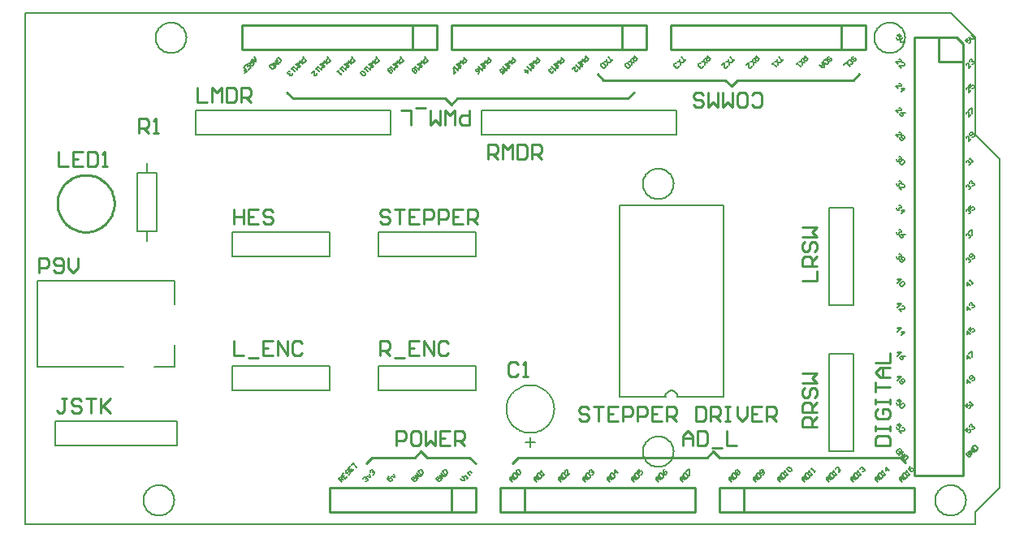
<source format=gto>
%FSTAX23Y23*%
%MOIN*%
%SFA1B1*%

%IPPOS*%
%ADD11C,0.005000*%
%ADD29C,0.008000*%
%ADD30C,0.010000*%
%ADD31C,0.006000*%
%LNdrivecontroller-1*%
%LPD*%
G54D11*
X013Y00175D02*
X01286Y00189D01*
X01293Y00196*
X01298*
X01302Y00191*
Y00187*
X01295Y0018*
X013Y00184D02*
X01309D01*
Y00213D02*
X013Y00203D01*
X01314Y00189*
X01324Y00199*
X01307Y00196D02*
X01312Y00201D01*
X01326Y00224D02*
X01321D01*
X01316Y0022*
Y00215*
X01319Y00213*
X01324*
X01328Y00217*
X01333*
X01335Y00215*
Y0021*
X01331Y00206*
X01326*
X01338Y00241D02*
X01328Y00232D01*
X01342Y00217*
X01352Y00227*
X01335Y00224D02*
X0134Y00229D01*
X01342Y00246D02*
X01352Y00255D01*
X01347Y0025*
X01361Y00236*
X01388Y00187D02*
Y00191D01*
X01393Y00196*
X01398*
X014Y00194*
Y00189*
X01398Y00187*
X014Y00189*
X01405*
X01407Y00187*
Y00182*
X01402Y00177*
X01398*
X01405Y00199D02*
X01419Y00194D01*
X01414Y00208*
X01416Y00215D02*
Y0022D01*
X01421Y00224*
X01426*
X01428Y00222*
Y00217*
X01426Y00215*
X01428Y00217*
X01433*
X01435Y00215*
Y0021*
X01431Y00206*
X01426*
X01495Y00199D02*
X01486Y00189D01*
X01493Y00182*
X01495Y00189*
X01498Y00191*
X01502*
X01507Y00187*
Y00182*
X01502Y00177*
X01498*
X01505Y00199D02*
X01519Y00194D01*
X01514Y00208*
X01598Y00196D02*
X01593D01*
X01588Y00191*
Y00187*
X01598Y00177*
X01602*
X01607Y00182*
Y00187*
X01602Y00191*
X01598Y00187*
X01614Y00189D02*
X016Y00203D01*
X01624Y00199*
X01609Y00213*
X01614Y00217D02*
X01628Y00203D01*
X01635Y0021*
Y00215*
X01626Y00224*
X01621*
X01614Y00217*
X01698Y00196D02*
X01693D01*
X01688Y00191*
Y00187*
X01698Y00177*
X01702*
X01707Y00182*
Y00187*
X01702Y00191*
X01698Y00187*
X01714Y00189D02*
X017Y00203D01*
X01724Y00199*
X01709Y00213*
X01714Y00217D02*
X01728Y00203D01*
X01735Y0021*
Y00215*
X01726Y00224*
X01721*
X01714Y00217*
X01786Y00189D02*
X01795Y0018D01*
X01805*
Y00189*
X01795Y00199*
X01814Y00189D02*
X01819Y00194D01*
X01816Y00191*
X01807Y00201*
X01805Y00199*
X01826Y00201D02*
X01816Y0021D01*
X01824Y00217*
X01828*
X01835Y0021*
X02Y00175D02*
X01991Y00184D01*
Y00194*
X02*
X02009Y00184*
X02002Y00191*
X01993Y00182*
X02Y00203D02*
X02014Y00189D01*
X02021Y00196*
Y00201*
X02012Y0021*
X02007*
X02Y00203*
X02016Y00215D02*
Y0022D01*
X02021Y00224*
X02026*
X02035Y00215*
Y0021*
X02031Y00206*
X02026*
X02016Y00215*
X021Y00175D02*
X02091Y00184D01*
Y00194*
X021*
X02109Y00184*
X02102Y00191*
X02093Y00182*
X021Y00203D02*
X02114Y00189D01*
X02121Y00196*
Y00201*
X02112Y0021*
X02107*
X021Y00203*
X02128D02*
X02133Y00208D01*
X02131Y00206*
X02116Y0022*
Y00215*
X022Y00175D02*
X02191Y00184D01*
Y00194*
X022*
X02209Y00184*
X02202Y00191*
X02193Y00182*
X022Y00203D02*
X02214Y00189D01*
X02221Y00196*
Y00201*
X02212Y0021*
X02207*
X022Y00203*
X02238Y00213D02*
X02228Y00203D01*
Y00222*
X02226Y00224*
X02221*
X02216Y0022*
Y00215*
X023Y00175D02*
X02291Y00184D01*
Y00194*
X023*
X02309Y00184*
X02302Y00191*
X02293Y00182*
X023Y00203D02*
X02314Y00189D01*
X02321Y00196*
Y00201*
X02312Y0021*
X02307*
X023Y00203*
X02316Y00215D02*
Y0022D01*
X02321Y00224*
X02326*
X02328Y00222*
Y00217*
X02326Y00215*
X02328Y00217*
X02333*
X02335Y00215*
Y0021*
X02331Y00206*
X02326*
X024Y00175D02*
X02391Y00184D01*
Y00194*
X024*
X02409Y00184*
X02402Y00191*
X02393Y00182*
X024Y00203D02*
X02414Y00189D01*
X02421Y00196*
Y00201*
X02412Y0021*
X02407*
X024Y00203*
X02435Y0021D02*
X02421Y00224D01*
Y0021*
X02431Y0022*
X025Y00175D02*
X02491Y00184D01*
Y00194*
X025*
X02509Y00184*
X02502Y00191*
X02493Y00182*
X025Y00203D02*
X02514Y00189D01*
X02521Y00196*
Y00201*
X02512Y0021*
X02507*
X025Y00203*
X02524Y00227D02*
X02514Y00217D01*
X02521Y0021*
X02524Y00217*
X02526Y0022*
X02531*
X02535Y00215*
Y0021*
X02531Y00206*
X02526*
X026Y00175D02*
X02591Y00184D01*
Y00194*
X026*
X02609Y00184*
X02602Y00191*
X02593Y00182*
X026Y00203D02*
X02614Y00189D01*
X02621Y00196*
Y00201*
X02612Y0021*
X02607*
X026Y00203*
X02624Y00227D02*
X02621Y0022D01*
Y0021*
X02626Y00206*
X02631*
X02635Y0021*
Y00215*
X02633Y00217*
X02628*
X02621Y0021*
X027Y00175D02*
X02691Y00184D01*
Y00194*
X027*
X02709Y00184*
X02702Y00191*
X02693Y00182*
X027Y00203D02*
X02714Y00189D01*
X02721Y00196*
Y00201*
X02712Y0021*
X02707*
X027Y00203*
X02714Y00217D02*
X02724Y00227D01*
X02726Y00224*
Y00206*
X02728Y00203*
X029Y00175D02*
X02891Y00184D01*
Y00194*
X029*
X02909Y00184*
X02902Y00191*
X02893Y00182*
X029Y00203D02*
X02914Y00189D01*
X02921Y00196*
Y00201*
X02912Y0021*
X02907*
X029Y00203*
X02916Y00215D02*
Y0022D01*
X02921Y00224*
X02926*
X02928Y00222*
Y00217*
X02933*
X02935Y00215*
Y0021*
X02931Y00206*
X02926*
X02924Y00208*
Y00213*
X02919*
X02916Y00215*
X02924Y00213D02*
X02928Y00217D01*
X03Y00175D02*
X02991Y00184D01*
Y00194*
X03*
X03009Y00184*
X03002Y00191*
X02993Y00182*
X03Y00203D02*
X03014Y00189D01*
X03021Y00196*
Y00201*
X03012Y0021*
X03007*
X03Y00203*
X03026Y00206D02*
X03031D01*
X03035Y0021*
Y00215*
X03026Y00224*
X03021*
X03016Y0022*
Y00215*
X03019Y00213*
X03024*
X03031Y0022*
X031Y00175D02*
X03091Y00184D01*
Y00194*
X031*
X03109Y00184*
X03102Y00191*
X03093Y00182*
X031Y00203D02*
X03114Y00189D01*
X03121Y00196*
Y00201*
X03112Y0021*
X03107*
X031Y00203*
X03128D02*
X03133Y00208D01*
X03131Y00206*
X03116Y0022*
Y00215*
X03128Y00227D02*
Y00232D01*
X03133Y00236*
X03138*
X03147Y00227*
Y00222*
X03142Y00217*
X03138*
X03128Y00227*
X032Y00175D02*
X03191Y00184D01*
Y00194*
X032*
X03209Y00184*
X03202Y00191*
X03193Y00182*
X032Y00203D02*
X03214Y00189D01*
X03221Y00196*
Y00201*
X03212Y0021*
X03207*
X032Y00203*
X03228D02*
X03233Y00208D01*
X03231Y00206*
X03216Y0022*
Y00215*
X0324D02*
X03245Y0022D01*
X03242Y00217*
X03228Y00232*
Y00227*
X033Y00175D02*
X03291Y00184D01*
Y00194*
X033*
X03309Y00184*
X03302Y00191*
X03293Y00182*
X033Y00203D02*
X03314Y00189D01*
X03321Y00196*
Y00201*
X03312Y0021*
X03307*
X033Y00203*
X03328D02*
X03333Y00208D01*
X03331Y00206*
X03316Y0022*
Y00215*
X03349Y00224D02*
X0334Y00215D01*
Y00234*
X03338Y00236*
X03333*
X03328Y00232*
Y00227*
X034Y00175D02*
X03391Y00184D01*
Y00194*
X034*
X03409Y00184*
X03402Y00191*
X03393Y00182*
X034Y00203D02*
X03414Y00189D01*
X03421Y00196*
Y00201*
X03412Y0021*
X03407*
X034Y00203*
X03428D02*
X03433Y00208D01*
X03431Y00206*
X03416Y0022*
Y00215*
X03428Y00227D02*
Y00232D01*
X03433Y00236*
X03438*
X0344Y00234*
Y00229*
X03438Y00227*
X0344Y00229*
X03445*
X03447Y00227*
Y00222*
X03442Y00217*
X03438*
X035Y00175D02*
X03491Y00184D01*
Y00194*
X035*
X03509Y00184*
X03502Y00191*
X03493Y00182*
X035Y00203D02*
X03514Y00189D01*
X03521Y00196*
Y00201*
X03512Y0021*
X03507*
X035Y00203*
X03528D02*
X03533Y00208D01*
X03531Y00206*
X03516Y0022*
Y00215*
X03547Y00222D02*
X03533Y00236D01*
Y00222*
X03542Y00232*
X036Y00175D02*
X03591Y00184D01*
Y00194*
X036*
X03609Y00184*
X03602Y00191*
X03593Y00182*
X036Y00203D02*
X03614Y00189D01*
X03621Y00196*
Y00201*
X03612Y0021*
X03607*
X036Y00203*
X03628D02*
X03633Y00208D01*
X03631Y00206*
X03616Y0022*
Y00215*
X03635Y00239D02*
X03626Y00229D01*
X03633Y00222*
X03635Y00229*
X03638Y00232*
X03642*
X03647Y00227*
Y00222*
X03642Y00217*
X03638*
X025Y01925D02*
X02514Y01911D01*
X02507Y01904*
X02502*
X02498Y01909*
Y01913*
X02505Y0192*
X025Y01916D02*
X02491D01*
X025Y01897D02*
X02476Y01901D01*
X02491Y01887D02*
X02486Y01911D01*
X02484Y01885D02*
Y0188D01*
X02479Y01876*
X02474*
X02465Y01885*
Y0189*
X02469Y01894*
X02474*
X02484Y01885*
X03402Y01904D02*
X03407D01*
X03412Y01909*
Y01913*
X03409Y01916*
X03405*
X034Y01911*
X03395*
X03393Y01913*
Y01918*
X03398Y01923*
X03402*
X03388Y0189D02*
X03393D01*
X03398Y01894*
Y01899*
X03388Y01909*
X03384*
X03379Y01904*
Y01899*
X03386Y01883D02*
X03372Y01897D01*
X03362Y01887*
X03599Y02005D02*
X03589Y02014D01*
X03582Y02007*
X03589Y02005*
X03591Y02002*
Y01998*
X03587Y01993*
X03582*
X03577Y01998*
Y02002*
X03603Y02D02*
X03594Y01991D01*
Y01981*
X03603*
X03613Y01991*
X03584Y01891D02*
X03575Y019D01*
X03594*
X03596Y01902*
Y01907*
X03591Y01912*
X03587*
X03599Y01876D02*
X03589Y01886D01*
X03608*
X0361Y01888*
Y01893*
X03606Y01898*
X03601*
X03584Y01791D02*
X03575Y018D01*
X03594*
X03596Y01802*
Y01807*
X03591Y01812*
X03587*
X03596Y01779D02*
X0361Y01793D01*
X03596*
X03606Y01784*
X03584Y01691D02*
X03575Y017D01*
X03594*
X03596Y01702*
Y01707*
X03591Y01712*
X03587*
X03613Y01691D02*
X03606Y01693D01*
X03596*
X03591Y01688*
Y01684*
X03596Y01679*
X03601*
X03603Y01681*
Y01686*
X03596Y01693*
X03584Y01591D02*
X03575Y016D01*
X03594*
X03596Y01602*
Y01607*
X03591Y01612*
X03587*
X03601Y01598D02*
X03606D01*
X0361Y01593*
Y01588*
X03608Y01586*
X03603*
Y01581*
X03601Y01579*
X03596*
X03591Y01584*
Y01588*
X03594Y01591*
X03599*
Y01595*
X03601Y01598*
X03599Y01591D02*
X03603Y01586D01*
X03587Y01512D02*
X03591D01*
X03596Y01507*
Y01502*
X03594Y015*
X03589*
X03587Y01502*
X03589Y015*
Y01495*
X03587Y01493*
X03582*
X03577Y01498*
Y01502*
X03601Y01498D02*
X03606D01*
X0361Y01493*
Y01488*
X03601Y01479*
X03596*
X03591Y01484*
Y01488*
X03601Y01498*
X03587Y01412D02*
X03591D01*
X03596Y01407*
Y01402*
X03594Y014*
X03589*
X03587Y01402*
X03589Y014*
Y01395*
X03587Y01393*
X03582*
X03577Y01398*
Y01402*
X03599Y01376D02*
X03589Y01386D01*
X03608*
X0361Y01388*
Y01393*
X03606Y01398*
X03601*
X03587Y01312D02*
X03591D01*
X03596Y01307*
Y01302*
X03594Y013*
X03589*
X03587Y01302*
X03589Y013*
Y01295*
X03587Y01293*
X03582*
X03577Y01298*
Y01302*
X03596Y01279D02*
X0361Y01293D01*
X03596*
X03606Y01284*
X03587Y01212D02*
X03591D01*
X03596Y01207*
Y01202*
X03594Y012*
X03589*
X03587Y01202*
X03589Y012*
Y01195*
X03587Y01193*
X03582*
X03577Y01198*
Y01202*
X03613Y01191D02*
X03606Y01193D01*
X03596*
X03591Y01188*
Y01184*
X03596Y01179*
X03601*
X03603Y01181*
Y01186*
X03596Y01193*
X03587Y01112D02*
X03591D01*
X03596Y01107*
Y01102*
X03594Y011*
X03589*
X03587Y01102*
X03589Y011*
Y01095*
X03587Y01093*
X03582*
X03577Y01098*
Y01102*
X03601Y01098D02*
X03606D01*
X0361Y01093*
Y01088*
X03608Y01086*
X03603*
Y01081*
X03601Y01079*
X03596*
X03591Y01084*
Y01088*
X03594Y01091*
X03599*
Y01095*
X03601Y01098*
X03599Y01091D02*
X03603Y01086D01*
X03582Y00993D02*
X03596Y01007D01*
X03582*
X03591Y00998*
X03601D02*
X03606D01*
X0361Y00993*
Y00988*
X03601Y00979*
X03596*
X03591Y00984*
Y00988*
X03601Y00998*
X03582Y00893D02*
X03596Y00907D01*
X03582*
X03591Y00898*
X03599Y00876D02*
X03589Y00886D01*
X03608*
X0361Y00888*
Y00893*
X03606Y00898*
X03601*
X03582Y00793D02*
X03596Y00807D01*
X03582*
X03591Y00798*
X03596Y00779D02*
X0361Y00793D01*
X03596*
X03606Y00784*
X03582Y00693D02*
X03596Y00707D01*
X03582*
X03591Y00698*
X03613Y00691D02*
X03606Y00693D01*
X03596*
X03591Y00688*
Y00684*
X03596Y00679*
X03601*
X03603Y00681*
Y00686*
X03596Y00693*
X03582Y00593D02*
X03596Y00607D01*
X03582*
X03591Y00598*
X03601D02*
X03606D01*
X0361Y00593*
Y00588*
X03608Y00586*
X03603*
Y00581*
X03601Y00579*
X03596*
X03591Y00584*
Y00588*
X03594Y00591*
X03599*
Y00595*
X03601Y00598*
X03599Y00591D02*
X03603Y00586D01*
X03599Y00405D02*
X03589Y00414D01*
X03582Y00407*
X03589Y00405*
X03591Y00402*
Y00398*
X03587Y00393*
X03582*
X03577Y00398*
Y00402*
X03599Y00376D02*
X03589Y00386D01*
X03608*
X0361Y00388*
Y00393*
X03606Y00398*
X03601*
X03596Y00302D02*
Y00307D01*
X03591Y00312*
X03587*
X03577Y00302*
Y00298*
X03582Y00293*
X03587*
X03591Y00298*
X03587Y00302*
X03589Y00286D02*
X03603Y003D01*
X03599Y00276*
X03613Y00291*
X03617Y00286D02*
X03603Y00272D01*
X0361Y00265*
X03615*
X03624Y00274*
Y00279*
X03617Y00286*
X03599Y00505D02*
X03589Y00514D01*
X03582Y00507*
X03589Y00505*
X03591Y00502*
Y00498*
X03587Y00493*
X03582*
X03577Y00498*
Y00502*
X03601Y00498D02*
X03606D01*
X0361Y00493*
Y00488*
X03601Y00479*
X03596*
X03591Y00484*
Y00488*
X03601Y00498*
X0387Y01999D02*
X03861Y01989D01*
X03868Y01982*
X0387Y01989*
X03873Y01991*
X03877*
X03882Y01987*
Y01982*
X03877Y01977*
X03873*
X03875Y02003D02*
X03884Y01994D01*
X03894*
Y02003*
X03884Y02013*
Y01884D02*
X03875Y01875D01*
Y01894*
X03873Y01896*
X03868*
X03863Y01891*
Y01887*
X03877Y01901D02*
Y01906D01*
X03882Y0191*
X03887*
X03889Y01908*
Y01903*
X03887Y01901*
X03889Y01903*
X03894*
X03896Y01901*
Y01896*
X03891Y01891*
X03887*
X03884Y01784D02*
X03875Y01775D01*
Y01794*
X03873Y01796*
X03868*
X03863Y01791*
Y01787*
X03884Y01813D02*
X03875Y01803D01*
X03882Y01796*
X03884Y01803*
X03887Y01806*
X03891*
X03896Y01801*
Y01796*
X03891Y01791*
X03887*
X03884Y01684D02*
X03875Y01675D01*
Y01694*
X03873Y01696*
X03868*
X03863Y01691*
Y01687*
X03875Y01703D02*
X03884Y01713D01*
X03887Y0171*
Y01691*
X03889Y01689*
X03884Y01584D02*
X03875Y01575D01*
Y01594*
X03873Y01596*
X03868*
X03863Y01591*
Y01587*
X03887Y01591D02*
X03891D01*
X03896Y01596*
Y01601*
X03887Y0161*
X03882*
X03877Y01606*
Y01601*
X0388Y01599*
X03884*
X03891Y01606*
X03863Y01487D02*
Y01491D01*
X03868Y01496*
X03873*
X03875Y01494*
Y01489*
X03873Y01487*
X03875Y01489*
X0388*
X03882Y01487*
Y01482*
X03877Y01477*
X03873*
X03889Y01489D02*
X03894Y01494D01*
X03891Y01491*
X03877Y01506*
Y01501*
X03863Y01387D02*
Y01391D01*
X03868Y01396*
X03873*
X03875Y01394*
Y01389*
X03873Y01387*
X03875Y01389*
X0388*
X03882Y01387*
Y01382*
X03877Y01377*
X03873*
X03877Y01401D02*
Y01406D01*
X03882Y0141*
X03887*
X03889Y01408*
Y01403*
X03887Y01401*
X03889Y01403*
X03894*
X03896Y01401*
Y01396*
X03891Y01391*
X03887*
X03863Y01287D02*
Y01291D01*
X03868Y01296*
X03873*
X03875Y01294*
Y01289*
X03873Y01287*
X03875Y01289*
X0388*
X03882Y01287*
Y01282*
X03877Y01277*
X03873*
X03884Y01313D02*
X03875Y01303D01*
X03882Y01296*
X03884Y01303*
X03887Y01306*
X03891*
X03896Y01301*
Y01296*
X03891Y01291*
X03887*
X03863Y01187D02*
Y01191D01*
X03868Y01196*
X03873*
X03875Y01194*
Y01189*
X03873Y01187*
X03875Y01189*
X0388*
X03882Y01187*
Y01182*
X03877Y01177*
X03873*
X03875Y01203D02*
X03884Y01213D01*
X03887Y0121*
Y01191*
X03889Y01189*
X03863Y01087D02*
Y01091D01*
X03868Y01096*
X03873*
X03875Y01094*
Y01089*
X03873Y01087*
X03875Y01089*
X0388*
X03882Y01087*
Y01082*
X03877Y01077*
X03873*
X03887Y01091D02*
X03891D01*
X03896Y01096*
Y01101*
X03887Y0111*
X03882*
X03877Y01106*
Y01101*
X0388Y01099*
X03884*
X03891Y01106*
X03882Y00982D02*
X03868Y00996D01*
Y00982*
X03877Y00991*
X03889Y00989D02*
X03894Y00994D01*
X03891Y00991*
X03877Y01006*
Y01001*
X03882Y00882D02*
X03868Y00896D01*
Y00882*
X03877Y00891*
Y00901D02*
Y00906D01*
X03882Y0091*
X03887*
X03889Y00908*
Y00903*
X03887Y00901*
X03889Y00903*
X03894*
X03896Y00901*
Y00896*
X03891Y00891*
X03887*
X03882Y00782D02*
X03868Y00796D01*
Y00782*
X03877Y00791*
X03884Y00813D02*
X03875Y00803D01*
X03882Y00796*
X03884Y00803*
X03887Y00806*
X03891*
X03896Y00801*
Y00796*
X03891Y00791*
X03887*
X03882Y00682D02*
X03868Y00696D01*
Y00682*
X03877Y00691*
X03875Y00703D02*
X03884Y00713D01*
X03887Y0071*
Y00691*
X03889Y00689*
X03882Y00582D02*
X03868Y00596D01*
Y00582*
X03877Y00591*
X03887D02*
X03891D01*
X03896Y00596*
Y00601*
X03887Y0061*
X03882*
X03877Y00606*
Y00601*
X0388Y00599*
X03884*
X03891Y00606*
X0387Y00499D02*
X03861Y00489D01*
X03868Y00482*
X0387Y00489*
X03873Y00491*
X03877*
X03882Y00487*
Y00482*
X03877Y00477*
X03873*
X03889Y00489D02*
X03894Y00494D01*
X03891Y00491*
X03877Y00506*
Y00501*
X0387Y00399D02*
X03861Y00389D01*
X03868Y00382*
X0387Y00389*
X03873Y00391*
X03877*
X03882Y00387*
Y00382*
X03877Y00377*
X03873*
X03877Y00401D02*
Y00406D01*
X03882Y0041*
X03887*
X03889Y00408*
Y00403*
X03887Y00401*
X03889Y00403*
X03894*
X03896Y00401*
Y00396*
X03891Y00391*
X03887*
X03873Y00296D02*
X03868D01*
X03863Y00291*
Y00287*
X03873Y00277*
X03877*
X03882Y00282*
Y00287*
X03877Y00291*
X03873Y00287*
X03889Y00289D02*
X03875Y00303D01*
X03899Y00299*
X03884Y00313*
X03889Y00317D02*
X03903Y00303D01*
X0391Y0031*
Y00315*
X03901Y00324*
X03896*
X03889Y00317*
X03302Y01904D02*
X03307D01*
X03312Y01909*
Y01913*
X03309Y01916*
X03305*
X033Y01911*
X03295*
X03293Y01913*
Y01918*
X03298Y01923*
X03302*
X033Y01897D02*
X03286Y01911D01*
X03279Y01904*
Y01899*
X03288Y0189*
X03293*
X033Y01897*
X03272D02*
X03281Y01887D01*
Y01878*
X03272*
X03262Y01887*
X03269Y0188*
X03279Y0189*
X032Y01925D02*
X03214Y01911D01*
X03207Y01904*
X03202*
X03198Y01909*
Y01913*
X03205Y0192*
X032Y01916D02*
X03191D01*
X032Y01897D02*
X03176Y01901D01*
X03191Y01887D02*
X03186Y01911D01*
X03172Y01897D02*
X03167Y01892D01*
X03169Y01894*
X03184Y0188*
Y01885*
X03114Y01911D02*
X03105Y01901D01*
X03109Y01906*
X03095Y0192*
X031Y01897D02*
X03076Y01901D01*
X03091Y01887D02*
X03086Y01911D01*
X03072Y01897D02*
X03067Y01892D01*
X03069Y01894*
X03084Y0188*
Y01885*
X03Y01925D02*
X03014Y01911D01*
X03007Y01904*
X03002*
X02998Y01909*
Y01913*
X03005Y0192*
X03Y01916D02*
X02991D01*
X03Y01897D02*
X02976Y01901D01*
X02991Y01887D02*
X02986Y01911D01*
X02962Y01887D02*
X02972Y01897D01*
Y01878*
X02974Y01876*
X02979*
X02984Y0188*
Y01885*
X02914Y01911D02*
X02905Y01901D01*
X02909Y01906*
X02895Y0192*
X029Y01897D02*
X02876Y01901D01*
X02891Y01887D02*
X02886Y01911D01*
X02862Y01887D02*
X02872Y01897D01*
Y01878*
X02874Y01876*
X02879*
X02884Y0188*
Y01885*
X028Y01925D02*
X02814Y01911D01*
X02807Y01904*
X02802*
X02798Y01909*
Y01913*
X02805Y0192*
X028Y01916D02*
X02791D01*
X028Y01897D02*
X02776Y01901D01*
X02791Y01887D02*
X02786Y01911D01*
X02784Y01885D02*
Y0188D01*
X02779Y01876*
X02774*
X02772Y01878*
Y01883*
X02774Y01885*
X02772Y01883*
X02767*
X02765Y01885*
Y0189*
X02769Y01894*
X02774*
X02714Y01911D02*
X02705Y01901D01*
X02709Y01906*
X02695Y0192*
X027Y01897D02*
X02676Y01901D01*
X02691Y01887D02*
X02686Y01911D01*
X02684Y01885D02*
Y0188D01*
X02679Y01876*
X02674*
X02672Y01878*
Y01883*
X02674Y01885*
X02672Y01883*
X02667*
X02665Y01885*
Y0189*
X02669Y01894*
X02674*
X02414Y01911D02*
X02405Y01901D01*
X02409Y01906*
X02395Y0192*
X024Y01897D02*
X02376Y01901D01*
X02391Y01887D02*
X02386Y01911D01*
X02384Y01885D02*
Y0188D01*
X02379Y01876*
X02374*
X02365Y01885*
Y0189*
X02369Y01894*
X02374*
X02384Y01885*
X023Y01925D02*
X02314Y01911D01*
X02307Y01904*
X02302*
X02298Y01909*
Y01913*
X02305Y0192*
X023Y01897D02*
X02286Y01911D01*
Y01901*
X02276*
X02291Y01887*
X02272Y01897D02*
X02286Y01883D01*
X02276*
Y01873*
X02262Y01887*
X02248Y01873D02*
X02258Y01883D01*
Y01864*
X0226Y01861*
X02265*
X02269Y01866*
Y01871*
X022Y01918D02*
X02214Y01904D01*
X02207Y01897*
X02202*
X02198Y01901*
Y01906*
X02205Y01913*
X022Y0189D02*
X02186Y01904D01*
Y01894*
X02176*
X02191Y0188*
X02172Y0189D02*
X02186Y01876D01*
X02176*
Y01866*
X02162Y0188*
X02169Y01864D02*
Y01859D01*
X02165Y01854*
X0216*
X02158Y01857*
Y01861*
X0216Y01864*
X02158Y01861*
X02153*
X02151Y01864*
Y01868*
X02155Y01873*
X0216*
X021Y01918D02*
X02114Y01904D01*
X02107Y01897*
X02102*
X02098Y01901*
Y01906*
X02105Y01913*
X021Y0189D02*
X02086Y01904D01*
Y01894*
X02076*
X02091Y0188*
X02072Y0189D02*
X02086Y01876D01*
X02076*
Y01866*
X02062Y0188*
X02051Y01868D02*
X02065Y01854D01*
Y01868*
X02055Y01859*
X02Y01918D02*
X02014Y01904D01*
X02007Y01897*
X02002*
X01998Y01901*
Y01906*
X02005Y01913*
X02Y0189D02*
X01986Y01904D01*
Y01894*
X01976*
X01991Y0188*
X01972Y0189D02*
X01986Y01876D01*
X01976*
Y01866*
X01962Y0188*
Y01852D02*
X01972Y01861D01*
X01965Y01868*
X01962Y01861*
X0196Y01859*
X01955*
X01951Y01864*
Y01868*
X01955Y01873*
X0196*
X019Y01918D02*
X01914Y01904D01*
X01907Y01897*
X01902*
X01898Y01901*
Y01906*
X01905Y01913*
X019Y0189D02*
X01886Y01904D01*
Y01894*
X01876*
X01891Y0188*
X01872Y0189D02*
X01886Y01876D01*
X01876*
Y01866*
X01862Y0188*
Y01852D02*
X01865Y01859D01*
Y01868*
X0186Y01873*
X01855*
X01851Y01868*
Y01864*
X01853Y01861*
X01858*
X01865Y01868*
X018Y01918D02*
X01814Y01904D01*
X01807Y01897*
X01802*
X01798Y01901*
Y01906*
X01805Y01913*
X018Y0189D02*
X01786Y01904D01*
Y01894*
X01776*
X01791Y0188*
X01772Y0189D02*
X01786Y01876D01*
X01776*
Y01866*
X01762Y0188*
X01772Y01861D02*
X01762Y01852D01*
X0176Y01854*
Y01873*
X01758Y01876*
X0164Y0192D02*
X01654Y01906D01*
X01647Y01899*
X01642*
X01638Y01904*
Y01908*
X01645Y01915*
X0164Y01892D02*
X01626Y01906D01*
Y01896*
X01616*
X01631Y01882*
X01612Y01892D02*
X01626Y01878D01*
X01616*
Y01868*
X01602Y01882*
X01609Y01866D02*
Y01861D01*
X01605Y01856*
X016*
X01598Y01859*
Y01863*
X01593*
X01591Y01866*
Y01871*
X01595Y01875*
X016*
X01602Y01873*
Y01868*
X01607*
X01609Y01866*
X01602Y01868D02*
X01598Y01863D01*
X0154Y0192D02*
X01554Y01906D01*
X01547Y01899*
X01542*
X01538Y01904*
Y01908*
X01545Y01915*
X0154Y01892D02*
X01526Y01906D01*
Y01896*
X01516*
X01531Y01882*
X01512Y01892D02*
X01526Y01878D01*
X01516*
Y01868*
X01502Y01882*
X015Y01875D02*
X01495D01*
X01491Y01871*
Y01866*
X015Y01856*
X01505*
X01509Y01861*
Y01866*
X01507Y01868*
X01502*
X01495Y01861*
X0144Y0192D02*
X01454Y01906D01*
X01447Y01899*
X01442*
X01438Y01904*
Y01908*
X01445Y01915*
X0144Y01892D02*
X01426Y01906D01*
Y01896*
X01416*
X01431Y01882*
X01412Y01892D02*
X01426Y01878D01*
X01416*
Y01868*
X01402Y01882*
X01398Y01878D02*
X01393Y01873D01*
X01395Y01875*
X01409Y01861*
Y01866*
X01398Y01854D02*
Y01849D01*
X01393Y01845*
X01388*
X01379Y01854*
Y01859*
X01383Y01863*
X01388*
X01398Y01854*
X0134Y0192D02*
X01354Y01906D01*
X01347Y01899*
X01342*
X01338Y01904*
Y01908*
X01345Y01915*
X0134Y01892D02*
X01326Y01906D01*
Y01896*
X01316*
X01331Y01882*
X01312Y01892D02*
X01326Y01878D01*
X01316*
Y01868*
X01302Y01882*
X01298Y01878D02*
X01293Y01873D01*
X01295Y01875*
X01309Y01861*
Y01866*
X01286D02*
X01281Y01861D01*
X01283Y01863*
X01298Y01849*
Y01854*
X0124Y0192D02*
X01254Y01906D01*
X01247Y01899*
X01242*
X01238Y01904*
Y01908*
X01245Y01915*
X0124Y01892D02*
X01226Y01906D01*
Y01896*
X01216*
X01231Y01882*
X01212Y01892D02*
X01226Y01878D01*
X01216*
Y01868*
X01202Y01882*
X01198Y01878D02*
X01193Y01873D01*
X01195Y01875*
X01209Y01861*
Y01866*
X01176Y01856D02*
X01186Y01866D01*
Y01847*
X01188Y01845*
X01193*
X01198Y01849*
Y01854*
X0114Y0192D02*
X01154Y01906D01*
X01147Y01899*
X01142*
X01138Y01904*
Y01908*
X01145Y01915*
X0114Y01892D02*
X01126Y01906D01*
Y01896*
X01116*
X01131Y01882*
X01112Y01892D02*
X01126Y01878D01*
X01116*
Y01868*
X01102Y01882*
X01098Y01878D02*
X01093Y01873D01*
X01095Y01875*
X01109Y01861*
Y01866*
X01098Y01854D02*
Y01849D01*
X01093Y01845*
X01088*
X01086Y01847*
Y01852*
X01088Y01854*
X01086Y01852*
X01081*
X01079Y01854*
Y01859*
X01083Y01863*
X01088*
X01042Y01899D02*
X01047D01*
X01052Y01904*
Y01908*
X01042Y01918*
X01038*
X01033Y01913*
Y01908*
X01038Y01904*
X01042Y01908*
X01026Y01906D02*
X0104Y01892D01*
X01016Y01896*
X01031Y01882*
X01026Y01878D02*
X01012Y01892D01*
X01005Y01885*
Y0188*
X01014Y01871*
X01019*
X01026Y01878*
X0094Y0192D02*
X00949Y01911D01*
Y01901*
X0094*
X00931Y01911*
X00938Y01904*
X00947Y01913*
X00926Y01906D02*
X0094Y01892D01*
X00933Y01885*
X00928*
X00924Y01889*
Y01894*
X00931Y01901*
X00926Y01896D02*
X00916D01*
Y01868D02*
X00926Y01878D01*
X00912Y01892*
X00902Y01882*
X00919Y01885D02*
X00914Y0188D01*
X00902Y01854D02*
X00912Y01863D01*
X00905Y01871*
X009Y01866*
X00905Y01871*
X00898Y01878*
X03863Y001D02*
D01*
X03862Y00104*
X03862Y00108*
X03861Y00113*
X0386Y00117*
X03859Y00121*
X03857Y00125*
X03855Y00129*
X03853Y00133*
X0385Y00137*
X03848Y0014*
X03845Y00143*
X03842Y00146*
X03838Y00149*
X03835Y00152*
X03831Y00154*
X03827Y00156*
X03823Y00158*
X03819Y00159*
X03815Y00161*
X0381Y00162*
X03806Y00162*
X03802Y00162*
X03797*
X03793Y00162*
X03789Y00162*
X03784Y00161*
X0378Y00159*
X03776Y00158*
X03772Y00156*
X03768Y00154*
X03764Y00152*
X03761Y00149*
X03757Y00146*
X03754Y00143*
X03751Y0014*
X03749Y00137*
X03746Y00133*
X03744Y00129*
X03742Y00125*
X0374Y00121*
X03739Y00117*
X03738Y00113*
X03737Y00108*
X03737Y00104*
X03737Y001*
X03737Y00095*
X03737Y00091*
X03738Y00086*
X03739Y00082*
X0374Y00078*
X03742Y00074*
X03744Y0007*
X03746Y00066*
X03749Y00062*
X03751Y00059*
X03754Y00056*
X03757Y00053*
X03761Y0005*
X03764Y00047*
X03768Y00045*
X03772Y00043*
X03776Y00041*
X0378Y0004*
X03784Y00038*
X03789Y00037*
X03793Y00037*
X03797Y00037*
X03802*
X03806Y00037*
X0381Y00037*
X03815Y00038*
X03819Y0004*
X03823Y00041*
X03827Y00043*
X03831Y00045*
X03835Y00047*
X03838Y0005*
X03842Y00053*
X03845Y00056*
X03848Y00059*
X0385Y00062*
X03853Y00066*
X03855Y0007*
X03857Y00074*
X03859Y00078*
X0386Y00082*
X03861Y00086*
X03862Y00091*
X03862Y00095*
X03863Y001*
X03613Y02D02*
D01*
X03612Y02004*
X03612Y02008*
X03611Y02013*
X0361Y02017*
X03609Y02021*
X03607Y02025*
X03605Y02029*
X03603Y02033*
X036Y02037*
X03598Y0204*
X03595Y02043*
X03592Y02046*
X03588Y02049*
X03585Y02052*
X03581Y02054*
X03577Y02056*
X03573Y02058*
X03569Y02059*
X03565Y02061*
X0356Y02062*
X03556Y02062*
X03552Y02062*
X03547*
X03543Y02062*
X03539Y02062*
X03534Y02061*
X0353Y02059*
X03526Y02058*
X03522Y02056*
X03518Y02054*
X03514Y02052*
X03511Y02049*
X03507Y02046*
X03504Y02043*
X03501Y0204*
X03499Y02037*
X03496Y02033*
X03494Y02029*
X03492Y02025*
X0349Y02021*
X03489Y02017*
X03488Y02013*
X03487Y02008*
X03487Y02004*
X03487Y02*
X03487Y01995*
X03487Y01991*
X03488Y01986*
X03489Y01982*
X0349Y01978*
X03492Y01974*
X03494Y0197*
X03496Y01966*
X03499Y01962*
X03501Y01959*
X03504Y01956*
X03507Y01953*
X03511Y0195*
X03514Y01947*
X03518Y01945*
X03522Y01943*
X03526Y01941*
X0353Y0194*
X03534Y01938*
X03539Y01937*
X03543Y01937*
X03547Y01937*
X03552*
X03556Y01937*
X0356Y01937*
X03565Y01938*
X03569Y0194*
X03573Y01941*
X03577Y01943*
X03581Y01945*
X03585Y01947*
X03588Y0195*
X03592Y01953*
X03595Y01956*
X03598Y01959*
X036Y01962*
X03603Y01966*
X03605Y0197*
X03607Y01974*
X03609Y01978*
X0361Y01982*
X03611Y01986*
X03612Y01991*
X03612Y01995*
X03613Y02*
X02663Y014D02*
D01*
X02662Y01404*
X02662Y01408*
X02661Y01413*
X0266Y01417*
X02659Y01421*
X02657Y01425*
X02655Y01429*
X02653Y01433*
X0265Y01437*
X02648Y0144*
X02645Y01443*
X02642Y01446*
X02638Y01449*
X02635Y01452*
X02631Y01454*
X02627Y01456*
X02623Y01458*
X02619Y01459*
X02615Y01461*
X0261Y01462*
X02606Y01462*
X02602Y01462*
X02597*
X02593Y01462*
X02589Y01462*
X02584Y01461*
X0258Y01459*
X02576Y01458*
X02572Y01456*
X02568Y01454*
X02564Y01452*
X02561Y01449*
X02557Y01446*
X02554Y01443*
X02551Y0144*
X02549Y01437*
X02546Y01433*
X02544Y01429*
X02542Y01425*
X0254Y01421*
X02539Y01417*
X02538Y01413*
X02537Y01408*
X02537Y01404*
X02537Y014*
X02537Y01395*
X02537Y01391*
X02538Y01386*
X02539Y01382*
X0254Y01378*
X02542Y01374*
X02544Y0137*
X02546Y01366*
X02549Y01362*
X02551Y01359*
X02554Y01356*
X02557Y01353*
X02561Y0135*
X02564Y01347*
X02568Y01345*
X02572Y01343*
X02576Y01341*
X0258Y0134*
X02584Y01338*
X02589Y01337*
X02593Y01337*
X02597Y01337*
X02602*
X02606Y01337*
X0261Y01337*
X02615Y01338*
X02619Y0134*
X02623Y01341*
X02627Y01343*
X02631Y01345*
X02635Y01347*
X02638Y0135*
X02642Y01353*
X02645Y01356*
X02648Y01359*
X0265Y01362*
X02653Y01366*
X02655Y0137*
X02657Y01374*
X02659Y01378*
X0266Y01382*
X02661Y01386*
X02662Y01391*
X02662Y01395*
X02663Y014*
X00613Y001D02*
D01*
X00612Y00104*
X00612Y00108*
X00611Y00113*
X0061Y00117*
X00609Y00121*
X00607Y00125*
X00605Y00129*
X00603Y00133*
X006Y00137*
X00598Y0014*
X00595Y00143*
X00592Y00146*
X00588Y00149*
X00585Y00152*
X00581Y00154*
X00577Y00156*
X00573Y00158*
X00569Y00159*
X00565Y00161*
X0056Y00162*
X00556Y00162*
X00552Y00162*
X00547*
X00543Y00162*
X00539Y00162*
X00534Y00161*
X0053Y00159*
X00526Y00158*
X00522Y00156*
X00518Y00154*
X00514Y00152*
X00511Y00149*
X00507Y00146*
X00504Y00143*
X00501Y0014*
X00499Y00137*
X00496Y00133*
X00494Y00129*
X00492Y00125*
X0049Y00121*
X00489Y00117*
X00488Y00113*
X00487Y00108*
X00487Y00104*
X00487Y001*
X00487Y00095*
X00487Y00091*
X00488Y00086*
X00489Y00082*
X0049Y00078*
X00492Y00074*
X00494Y0007*
X00496Y00066*
X00499Y00062*
X00501Y00059*
X00504Y00056*
X00507Y00053*
X00511Y0005*
X00514Y00047*
X00518Y00045*
X00522Y00043*
X00526Y00041*
X0053Y0004*
X00534Y00038*
X00539Y00037*
X00543Y00037*
X00547Y00037*
X00552*
X00556Y00037*
X0056Y00037*
X00565Y00038*
X00569Y0004*
X00573Y00041*
X00577Y00043*
X00581Y00045*
X00585Y00047*
X00588Y0005*
X00592Y00053*
X00595Y00056*
X00598Y00059*
X006Y00062*
X00603Y00066*
X00605Y0007*
X00607Y00074*
X00609Y00078*
X0061Y00082*
X00611Y00086*
X00612Y00091*
X00612Y00095*
X00613Y001*
X02663Y003D02*
D01*
X02662Y00304*
X02662Y00308*
X02661Y00313*
X0266Y00317*
X02659Y00321*
X02657Y00325*
X02655Y00329*
X02653Y00333*
X0265Y00337*
X02648Y0034*
X02645Y00343*
X02642Y00346*
X02638Y00349*
X02635Y00352*
X02631Y00354*
X02627Y00356*
X02623Y00358*
X02619Y00359*
X02615Y00361*
X0261Y00362*
X02606Y00362*
X02602Y00362*
X02597*
X02593Y00362*
X02589Y00362*
X02584Y00361*
X0258Y00359*
X02576Y00358*
X02572Y00356*
X02568Y00354*
X02564Y00352*
X02561Y00349*
X02557Y00346*
X02554Y00343*
X02551Y0034*
X02549Y00337*
X02546Y00333*
X02544Y00329*
X02542Y00325*
X0254Y00321*
X02539Y00317*
X02538Y00313*
X02537Y00308*
X02537Y00304*
X02537Y003*
X02537Y00295*
X02537Y00291*
X02538Y00286*
X02539Y00282*
X0254Y00278*
X02542Y00274*
X02544Y0027*
X02546Y00266*
X02549Y00262*
X02551Y00259*
X02554Y00256*
X02557Y00253*
X02561Y0025*
X02564Y00247*
X02568Y00245*
X02572Y00243*
X02576Y00241*
X0258Y0024*
X02584Y00238*
X02589Y00237*
X02593Y00237*
X02597Y00237*
X02602*
X02606Y00237*
X0261Y00237*
X02615Y00238*
X02619Y0024*
X02623Y00241*
X02627Y00243*
X02631Y00245*
X02635Y00247*
X02638Y0025*
X02642Y00253*
X02645Y00256*
X02648Y00259*
X0265Y00262*
X02653Y00266*
X02655Y0027*
X02657Y00274*
X02659Y00278*
X0266Y00282*
X02661Y00286*
X02662Y00291*
X02662Y00295*
X02663Y003*
X00663Y02D02*
D01*
X00662Y02004*
X00662Y02008*
X00661Y02013*
X0066Y02017*
X00659Y02021*
X00657Y02025*
X00655Y02029*
X00653Y02033*
X0065Y02037*
X00648Y0204*
X00645Y02043*
X00642Y02046*
X00638Y02049*
X00635Y02052*
X00631Y02054*
X00627Y02056*
X00623Y02058*
X00619Y02059*
X00615Y02061*
X0061Y02062*
X00606Y02062*
X00602Y02062*
X00597*
X00593Y02062*
X00589Y02062*
X00584Y02061*
X0058Y02059*
X00576Y02058*
X00572Y02056*
X00568Y02054*
X00564Y02052*
X00561Y02049*
X00557Y02046*
X00554Y02043*
X00551Y0204*
X00549Y02037*
X00546Y02033*
X00544Y02029*
X00542Y02025*
X0054Y02021*
X00539Y02017*
X00538Y02013*
X00537Y02008*
X00537Y02004*
X00537Y02*
X00537Y01995*
X00537Y01991*
X00538Y01986*
X00539Y01982*
X0054Y01978*
X00542Y01974*
X00544Y0197*
X00546Y01966*
X00549Y01962*
X00551Y01959*
X00554Y01956*
X00557Y01953*
X00561Y0195*
X00564Y01947*
X00568Y01945*
X00572Y01943*
X00576Y01941*
X0058Y0194*
X00584Y01938*
X00589Y01937*
X00593Y01937*
X00597Y01937*
X00602*
X00606Y01937*
X0061Y01937*
X00615Y01938*
X00619Y0194*
X00623Y01941*
X00627Y01943*
X00631Y01945*
X00635Y01947*
X00638Y0195*
X00642Y01953*
X00645Y01956*
X00648Y01959*
X0065Y01962*
X00653Y01966*
X00655Y0197*
X00657Y01974*
X00659Y01978*
X0066Y01982*
X00661Y01986*
X00662Y01991*
X00662Y01995*
X00663Y02*
X0Y0D02*
Y021D01*
X038*
X0Y0D02*
X039D01*
X038Y021D02*
X039Y02D01*
Y016D02*
Y02D01*
Y016D02*
X04Y015D01*
Y0015D02*
Y015D01*
X039Y0005D02*
X04Y0015D01*
X039Y0D02*
Y0005D01*
G54D29*
X02679Y00526D02*
D01*
X02678Y00527*
X02678Y00529*
X02678Y00531*
X02678Y00532*
X02677Y00534*
X02676Y00536*
X02676Y00537*
X02675Y00539*
X02674Y0054*
X02673Y00542*
X02671Y00543*
X0267Y00544*
X02669Y00545*
X02667Y00546*
X02666Y00547*
X02664Y00548*
X02663Y00549*
X02661Y00549*
X0266Y0055*
X02658Y0055*
X02656Y0055*
X02654Y0055*
X02653*
X02651Y0055*
X02649Y0055*
X02647Y0055*
X02646Y00549*
X02644Y00549*
X02643Y00548*
X02641Y00547*
X0264Y00546*
X02638Y00545*
X02637Y00544*
X02636Y00543*
X02634Y00542*
X02633Y0054*
X02632Y00539*
X02631Y00537*
X02631Y00536*
X0263Y00534*
X02629Y00532*
X02629Y00531*
X02629Y00529*
X02629Y00527*
X0263Y00526*
X02173Y00475D02*
D01*
X02172Y00481*
X02172Y00488*
X0217Y00495*
X02169Y00502*
X02167Y00508*
X02164Y00514*
X02161Y00521*
X02158Y00526*
X02154Y00532*
X0215Y00537*
X02145Y00543*
X0214Y00547*
X02135Y00552*
X02129Y00556*
X02124Y00559*
X02117Y00563*
X02111Y00565*
X02105Y00568*
X02098Y0057*
X02092Y00571*
X02085Y00572*
X02078Y00572*
X02071*
X02064Y00572*
X02057Y00571*
X02051Y0057*
X02044Y00568*
X02038Y00565*
X02032Y00563*
X02026Y00559*
X0202Y00556*
X02014Y00552*
X02009Y00547*
X02004Y00543*
X01999Y00537*
X01995Y00532*
X01991Y00526*
X01988Y00521*
X01985Y00514*
X01982Y00508*
X0198Y00502*
X01979Y00495*
X01977Y00488*
X01977Y00481*
X01977Y00475*
X01977Y00468*
X01977Y00461*
X01979Y00454*
X0198Y00447*
X01982Y00441*
X01985Y00435*
X01988Y00428*
X01991Y00423*
X01995Y00417*
X01999Y00412*
X02004Y00406*
X02009Y00402*
X02014Y00397*
X0202Y00393*
X02026Y0039*
X02032Y00386*
X02038Y00384*
X02044Y00381*
X02051Y00379*
X02057Y00378*
X02064Y00377*
X02071Y00377*
X02078*
X02085Y00377*
X02092Y00378*
X02098Y00379*
X02105Y00381*
X02111Y00384*
X02117Y00386*
X02124Y0039*
X02129Y00393*
X02135Y00397*
X0214Y00402*
X02145Y00406*
X0215Y00412*
X02154Y00417*
X02158Y00423*
X02161Y00428*
X02164Y00435*
X02167Y00441*
X02169Y00447*
X0217Y00454*
X02172Y00461*
X02172Y00468*
X02173Y00475*
X01875Y016D02*
X02675D01*
Y017*
X01875D02*
X02675D01*
X01875Y016D02*
Y017D01*
X033Y009D02*
X034D01*
X033D02*
Y013D01*
X034Y009D02*
Y013D01*
X033D02*
X034D01*
X033Y003D02*
X034D01*
X033D02*
Y007D01*
X034Y003D02*
Y007D01*
X033D02*
X034D01*
X02679Y00526D02*
X02868D01*
X02442D02*
X0263D01*
X02442D02*
Y01313D01*
X02868*
Y00526D02*
Y01313D01*
X0005Y01002D02*
X00615D01*
X0005Y00648D02*
Y01002D01*
X00615Y00648D02*
Y00738D01*
X0053Y00648D02*
X00615D01*
X0005D02*
X00405D01*
X00615Y00905D02*
Y01002D01*
X0046Y01445D02*
X0054D01*
Y01205D02*
Y01445D01*
X0046Y01205D02*
X0054D01*
X0046D02*
Y01445D01*
X005D02*
Y01485D01*
Y01165D02*
Y01205D01*
X0085Y011D02*
Y012D01*
X0125*
X0085Y011D02*
X0125D01*
Y012*
X00625Y00325D02*
Y00425D01*
X00125Y00325D02*
Y00425D01*
X00625*
X00125Y00325D02*
X00625D01*
X007Y016D02*
X015D01*
Y017*
X007D02*
X015D01*
X007Y016D02*
Y017D01*
X0085Y0055D02*
Y0065D01*
X0125*
X0085Y0055D02*
X0125D01*
Y0065*
X0145Y0055D02*
Y0065D01*
X0185*
X0145Y0055D02*
X0185D01*
Y0065*
Y011D02*
Y012D01*
X0145Y011D02*
X0185D01*
X0145Y012D02*
X0185D01*
X0145Y011D02*
Y012D01*
G54D30*
X00367Y0132D02*
D01*
X00366Y01328*
X00365Y01336*
X00364Y01344*
X00362Y01352*
X00359Y0136*
X00356Y01367*
X00353Y01374*
X00349Y01382*
X00344Y01388*
X00339Y01395*
X00334Y01401*
X00328Y01406*
X00322Y01412*
X00315Y01416*
X00308Y01421*
X00301Y01425*
X00293Y01428*
X00286Y01431*
X00278Y01433*
X0027Y01435*
X00262Y01436*
X00254Y01436*
X00245*
X00237Y01436*
X00229Y01435*
X00221Y01433*
X00213Y01431*
X00206Y01428*
X00198Y01425*
X00191Y01421*
X00184Y01416*
X00177Y01412*
X00171Y01406*
X00165Y01401*
X0016Y01395*
X00155Y01388*
X0015Y01382*
X00146Y01374*
X00143Y01367*
X0014Y0136*
X00137Y01352*
X00135Y01344*
X00134Y01336*
X00133Y01328*
X00133Y0132*
X00133Y01311*
X00134Y01303*
X00135Y01295*
X00137Y01287*
X0014Y01279*
X00143Y01272*
X00146Y01265*
X0015Y01257*
X00155Y01251*
X0016Y01244*
X00165Y01238*
X00171Y01233*
X00177Y01227*
X00184Y01223*
X00191Y01218*
X00198Y01214*
X00206Y01211*
X00213Y01208*
X00221Y01206*
X00229Y01204*
X00237Y01203*
X00245Y01203*
X00254*
X00262Y01203*
X0027Y01204*
X00278Y01206*
X00286Y01208*
X00293Y01211*
X00301Y01214*
X00308Y01218*
X00315Y01223*
X00322Y01227*
X00328Y01233*
X00334Y01238*
X00339Y01244*
X00344Y01251*
X00349Y01257*
X00353Y01265*
X00356Y01272*
X00359Y01279*
X00362Y01287*
X00364Y01295*
X00365Y01303*
X00366Y01311*
X00367Y0132*
X0365Y002D02*
X0385D01*
X0365D02*
Y02D01*
X0375Y019D02*
X0385D01*
X0375D02*
Y02D01*
X0365D02*
X03825D01*
X0385Y01975*
Y002D02*
Y01975D01*
X0245Y0195D02*
Y0205D01*
X0175D02*
X0255D01*
X0175Y0195D02*
Y0205D01*
Y0195D02*
X0255D01*
Y0205*
X0159Y0195D02*
Y0205D01*
X0089D02*
X0169D01*
X0089Y0195D02*
Y0205D01*
Y0195D02*
X0169D01*
Y0205*
X0185Y0005D02*
Y001D01*
X0175Y0005D02*
X0185D01*
X0125Y0015D02*
X0175D01*
X0125Y0005D02*
Y0015D01*
Y0005D02*
X0175D01*
Y0015*
X0185*
Y001D02*
Y0015D01*
X0335Y0195D02*
Y0205D01*
X0265D02*
X0345D01*
X0265Y0195D02*
Y0205D01*
Y0195D02*
X0345D01*
Y0205*
X0205Y0005D02*
Y0015D01*
X0195Y0005D02*
X0275D01*
Y0015*
X0195D02*
X0275D01*
X0195Y0005D02*
Y0015D01*
X0295Y0005D02*
Y0015D01*
X0285Y0005D02*
X0365D01*
Y0015*
X0285D02*
X0365D01*
X0285Y0005D02*
Y0015D01*
X03593Y00275D02*
X03613Y00255D01*
X0285Y00275D02*
X03593D01*
X02825Y003D02*
X0285Y00275D01*
X028D02*
X02825Y003D01*
X02025Y00275D02*
X028D01*
X02Y0025D02*
X02025Y00275D01*
X01825D02*
X0185Y0025D01*
X0165Y00275D02*
X01825D01*
X01625Y003D02*
X0165Y00275D01*
X016D02*
X01625Y003D01*
X01425Y00275D02*
X016D01*
X014Y0025D02*
X01425Y00275D01*
X01075Y01775D02*
X011Y0175D01*
X01725*
X0175Y01725*
X01775Y0175*
X02475*
X025Y01775*
X0235Y0185D02*
X02375Y01825D01*
X02875*
X029Y018*
X02925Y01825*
X034*
X03425Y0185*
X019Y015D02*
Y0156D01*
X0193*
X0194Y0155*
Y0153*
X0193Y0152*
X019*
X0192D02*
X0194Y015D01*
X0196D02*
Y0156D01*
X0198Y0154*
X02Y0156*
Y015*
X0202Y0156D02*
Y015D01*
X0205*
X0206Y0151*
Y0155*
X0205Y0156*
X0202*
X0208Y015D02*
Y0156D01*
X0211*
X0212Y0155*
Y0153*
X0211Y0152*
X0208*
X021D02*
X0212Y015D01*
X0319Y01D02*
X0325D01*
Y0104*
Y0106D02*
X0319D01*
Y0109*
X032Y011*
X0322*
X0323Y0109*
Y0106*
Y0108D02*
X0325Y011D01*
X032Y0116D02*
X0319Y0115D01*
Y0113*
X032Y0112*
X0321*
X0322Y0113*
Y0115*
X0323Y0116*
X0324*
X0325Y0115*
Y0113*
X0324Y0112*
X0319Y0118D02*
X0325D01*
X0323Y012*
X0325Y0122*
X0319*
X0325Y004D02*
X0319D01*
Y0043*
X032Y0044*
X0322*
X0323Y0043*
Y004*
Y0042D02*
X0325Y0044D01*
Y0046D02*
X0319D01*
Y0049*
X032Y005*
X0322*
X0323Y0049*
Y0046*
Y0048D02*
X0325Y005D01*
X032Y0056D02*
X0319Y0055D01*
Y0053*
X032Y0052*
X0321*
X0322Y0053*
Y0055*
X0323Y0056*
X0324*
X0325Y0055*
Y0053*
X0324Y0052*
X0319Y0058D02*
X0325D01*
X0323Y006*
X0325Y0062*
X0319*
X02315Y00475D02*
X02305Y00485D01*
X02285*
X02275Y00475*
Y00465*
X02285Y00455*
X02305*
X02315Y00445*
Y00435*
X02305Y00425*
X02285*
X02275Y00435*
X02335Y00485D02*
X02375D01*
X02355*
Y00425*
X02435Y00485D02*
X02395D01*
Y00425*
X02435*
X02395Y00455D02*
X02415D01*
X02455Y00425D02*
Y00485D01*
X02485*
X02495Y00475*
Y00455*
X02485Y00445*
X02455*
X02515Y00425D02*
Y00485D01*
X02545*
X02555Y00475*
Y00455*
X02545Y00445*
X02515*
X02615Y00485D02*
X02575D01*
Y00425*
X02615*
X02575Y00455D02*
X02595D01*
X02635Y00425D02*
Y00485D01*
X02665*
X02675Y00475*
Y00455*
X02665Y00445*
X02635*
X02655D02*
X02675Y00425D01*
X02755Y00485D02*
Y00425D01*
X02785*
X02795Y00435*
Y00475*
X02785Y00485*
X02755*
X02815Y00425D02*
Y00485D01*
X02845*
X02855Y00475*
Y00455*
X02845Y00445*
X02815*
X02835D02*
X02855Y00425D01*
X02875Y00485D02*
X02895D01*
X02885*
Y00425*
X02875*
X02895*
X02925Y00485D02*
Y00445D01*
X02945Y00425*
X02965Y00445*
Y00485*
X03025D02*
X02985D01*
Y00425*
X03025*
X02985Y00455D02*
X03005D01*
X03045Y00425D02*
Y00485D01*
X03075*
X03085Y00475*
Y00455*
X03075Y00445*
X03045*
X03065D02*
X03085Y00425D01*
X0349Y00325D02*
X0355D01*
Y00355*
X0354Y00365*
X035*
X0349Y00355*
Y00325*
Y00385D02*
Y00405D01*
Y00395*
X0355*
Y00385*
Y00405*
X035Y00475D02*
X0349Y00465D01*
Y00445*
X035Y00435*
X0354*
X0355Y00445*
Y00465*
X0354Y00475*
X0352*
Y00455*
X0349Y00495D02*
Y00515D01*
Y00505*
X0355*
Y00495*
Y00515*
X0349Y00545D02*
Y00585D01*
Y00565*
X0355*
Y00605D02*
X0351D01*
X0349Y00625*
X0351Y00645*
X0355*
X0352*
Y00605*
X0349Y00665D02*
X0355D01*
Y00705*
X00056Y01036D02*
Y01096D01*
X00086*
X00096Y01086*
Y01066*
X00086Y01056*
X00056*
X00116Y01046D02*
X00126Y01036D01*
X00146*
X00156Y01046*
Y01086*
X00146Y01096*
X00126*
X00116Y01086*
Y01076*
X00126Y01066*
X00156*
X00176Y01096D02*
Y01056D01*
X00196Y01036*
X00216Y01056*
Y01096*
X00466Y01608D02*
Y01668D01*
X00496*
X00506Y01658*
Y01638*
X00496Y01628*
X00466*
X00486D02*
X00506Y01608D01*
X00526D02*
X00546D01*
X00536*
Y01668*
X00526Y01658*
X00138Y01532D02*
Y01472D01*
X00178*
X00238Y01532D02*
X00198D01*
Y01472*
X00238*
X00198Y01502D02*
X00218D01*
X00258Y01532D02*
Y01472D01*
X00288*
X00298Y01482*
Y01522*
X00288Y01532*
X00258*
X00318Y01472D02*
X00338D01*
X00328*
Y01532*
X00318Y01522*
X01825Y017D02*
Y0164D01*
X01795*
X01785Y0165*
Y0167*
X01795Y0168*
X01825*
X01765Y0164D02*
Y017D01*
X01745Y0168*
X01725Y017*
Y0164*
X01705Y017D02*
Y0164D01*
X01685Y0166*
X01665Y0164*
Y017*
X01645Y0171D02*
X01605D01*
X01585Y0164D02*
Y017D01*
X01545*
X01525Y00325D02*
Y00385D01*
X01555*
X01565Y00375*
Y00355*
X01555Y00345*
X01525*
X01615Y00385D02*
X01595D01*
X01585Y00375*
Y00335*
X01595Y00325*
X01615*
X01625Y00335*
Y00375*
X01615Y00385*
X01645D02*
Y00325D01*
X01665Y00345*
X01685Y00325*
Y00385*
X01745D02*
X01705D01*
Y00325*
X01745*
X01705Y00355D02*
X01725D01*
X01765Y00325D02*
Y00385D01*
X01795*
X01805Y00375*
Y00355*
X01795Y00345*
X01765*
X01785D02*
X01805Y00325D01*
X02985Y01725D02*
X02995Y01715D01*
X03015*
X03025Y01725*
Y01765*
X03015Y01775*
X02995*
X02985Y01765*
X02935Y01715D02*
X02955D01*
X02965Y01725*
Y01765*
X02955Y01775*
X02935*
X02925Y01765*
Y01725*
X02935Y01715*
X02905Y01775D02*
Y01715D01*
X02885Y01735*
X02865Y01715*
Y01775*
X02845D02*
Y01715D01*
X02825Y01735*
X02805Y01715*
Y01775*
X02745Y01725D02*
X02755Y01715D01*
X02775*
X02785Y01725*
Y01735*
X02775Y01745*
X02755*
X02745Y01755*
Y01765*
X02755Y01775*
X02775*
X02785Y01765*
X027Y00325D02*
Y00365D01*
X0272Y00385*
X0274Y00365*
Y00325*
Y00355*
X027*
X0276Y00385D02*
Y00325D01*
X0279*
X028Y00335*
Y00375*
X0279Y00385*
X0276*
X0282Y00315D02*
X0286D01*
X0288Y00385D02*
Y00325D01*
X0292*
X00856Y01294D02*
Y01234D01*
Y01264*
X00896*
Y01294*
Y01234*
X00956Y01294D02*
X00916D01*
Y01234*
X00956*
X00916Y01264D02*
X00936D01*
X01016Y01284D02*
X01006Y01294D01*
X00986*
X00976Y01284*
Y01274*
X00986Y01264*
X01006*
X01016Y01254*
Y01244*
X01006Y01234*
X00986*
X00976Y01244*
X00171Y00519D02*
X00151D01*
X00161*
Y00469*
X00151Y00459*
X00141*
X00131Y00469*
X00231Y00509D02*
X00221Y00519D01*
X00201*
X00191Y00509*
Y00499*
X00201Y00489*
X00221*
X00231Y00479*
Y00469*
X00221Y00459*
X00201*
X00191Y00469*
X00251Y00519D02*
X00291D01*
X00271*
Y00459*
X00311Y00519D02*
Y00459D01*
Y00479*
X00351Y00519*
X00321Y00489*
X00351Y00459*
X00706Y01794D02*
Y01734D01*
X00746*
X00766D02*
Y01794D01*
X00786Y01774*
X00806Y01794*
Y01734*
X00826Y01794D02*
Y01734D01*
X00856*
X00866Y01744*
Y01784*
X00856Y01794*
X00826*
X00886Y01734D02*
Y01794D01*
X00916*
X00926Y01784*
Y01764*
X00916Y01754*
X00886*
X00906D02*
X00926Y01734D01*
X00856Y00754D02*
Y00694D01*
X00896*
X00916Y00684D02*
X00956D01*
X01016Y00754D02*
X00976D01*
Y00694*
X01016*
X00976Y00724D02*
X00996D01*
X01036Y00694D02*
Y00754D01*
X01076Y00694*
Y00754*
X01136Y00744D02*
X01126Y00754D01*
X01106*
X01096Y00744*
Y00704*
X01106Y00694*
X01126*
X01136Y00704*
X01456Y00694D02*
Y00754D01*
X01486*
X01496Y00744*
Y00724*
X01486Y00714*
X01456*
X01476D02*
X01496Y00694D01*
X01516Y00684D02*
X01556D01*
X01616Y00754D02*
X01576D01*
Y00694*
X01616*
X01576Y00724D02*
X01596D01*
X01636Y00694D02*
Y00754D01*
X01676Y00694*
Y00754*
X01736Y00744D02*
X01726Y00754D01*
X01706*
X01696Y00744*
Y00704*
X01706Y00694*
X01726*
X01736Y00704*
X02023Y00657D02*
X02013Y00667D01*
X01993*
X01983Y00657*
Y00617*
X01993Y00607*
X02013*
X02023Y00617*
X02043Y00607D02*
X02063D01*
X02053*
Y00667*
X02043Y00657*
X01496Y01284D02*
X01486Y01294D01*
X01466*
X01456Y01284*
Y01274*
X01466Y01264*
X01486*
X01496Y01254*
Y01244*
X01486Y01234*
X01466*
X01456Y01244*
X01516Y01294D02*
X01556D01*
X01536*
Y01234*
X01616Y01294D02*
X01576D01*
Y01234*
X01616*
X01576Y01264D02*
X01596D01*
X01636Y01234D02*
Y01294D01*
X01666*
X01676Y01284*
Y01264*
X01666Y01254*
X01636*
X01696Y01234D02*
Y01294D01*
X01726*
X01736Y01284*
Y01264*
X01726Y01254*
X01696*
X01796Y01294D02*
X01756D01*
Y01234*
X01796*
X01756Y01264D02*
X01776D01*
X01816Y01234D02*
Y01294D01*
X01846*
X01856Y01284*
Y01264*
X01846Y01254*
X01816*
X01836D02*
X01856Y01234D01*
G54D31*
X02075Y00319D02*
Y00358D01*
X02055Y00338D02*
X02095D01*
M02*
</source>
